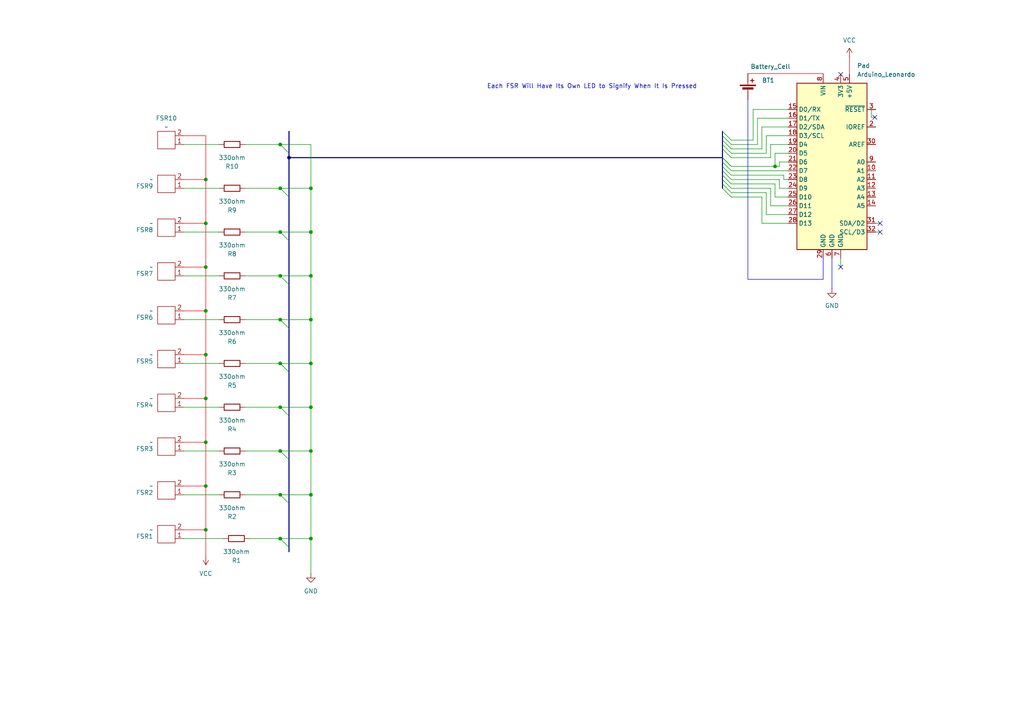
<source format=kicad_sch>
(kicad_sch (version 20250114) (generator "eeschema") (generator_version "9.0")
  (paper "A4")
  (lib_symbols
    (symbol "Device:Battery_Cell" (pin_numbers (hide yes)) (pin_names (offset 0) (hide yes))
      (property "Reference" "BT" (at 2.54 2.54 0))
      (property "Value" "Battery_Cell" (at 2.54 0 0))
      (symbol "Battery_Cell_0_1"
        (rectangle (start -2.286 1.778) (end 2.286 1.524) (fill (type outline)))
        (rectangle (start -1.524 1.016) (end 1.524 0.508) (fill (type outline)))
        (polyline (pts (xy 0 1.778) (xy 0 2.54)))
        (polyline (pts (xy 0 0.762) (xy 0 0)))
        (polyline (pts (xy 0.762 3.048) (xy 1.778 3.048)) (stroke (width 0.254)))
        (polyline (pts (xy 1.27 3.556) (xy 1.27 2.54)) (stroke (width 0.254)))
      )
      (symbol "Battery_Cell_1_1"
        (pin passive line (at 0 5.08 270) (length 2.54) (name "+") (number "1"))
        (pin passive line (at 0 -2.54 90) (length 2.54) (name "-") (number "2"))
      )
    )
    (symbol "GunProject_lib:FSR"
      (property "Reference" "FSR" (at 2.54 2.54 0))
      (symbol "FSR_0_1"
        (rectangle (start 0 5.08) (end 5.08 0))
      )
      (symbol "FSR_1_1"
        (pin output line (at 1.27 7.62 270) (length 2.54) (name "") (number "2"))
        (pin input line (at 3.81 7.62 270) (length 2.54) (name "") (number "1"))
      )
    )
    (symbol "MCU_Module:Arduino_Leonardo"
      (property "Reference" "A" (at -10.16 23.495 0))
      (property "Value" "Arduino_Leonardo" (at 5.08 -26.67 0))
      (symbol "Arduino_Leonardo_0_1"
        (rectangle (start -10.16 22.86) (end 10.16 -25.4) (stroke (width 0.254)) (fill (type background)))
      )
      (symbol "Arduino_Leonardo_1_1"
        (pin bidirectional line (at -12.7 15.24 0) (length 2.54) (name "D0/RX") (number "15"))
        (pin bidirectional line (at -12.7 12.7 0) (length 2.54) (name "D1/TX") (number "16"))
        (pin bidirectional line (at -12.7 10.16 0) (length 2.54) (name "D2/SDA") (number "17"))
        (pin bidirectional line (at -12.7 7.62 0) (length 2.54) (name "D3/SCL") (number "18"))
        (pin bidirectional line (at -12.7 5.08 0) (length 2.54) (name "D4") (number "19"))
        (pin bidirectional line (at -12.7 2.54 0) (length 2.54) (name "D5") (number "20"))
        (pin bidirectional line (at -12.7 0 0) (length 2.54) (name "D6") (number "21"))
        (pin bidirectional line (at -12.7 -2.54 0) (length 2.54) (name "D7") (number "22"))
        (pin bidirectional line (at -12.7 -5.08 0) (length 2.54) (name "D8") (number "23"))
        (pin bidirectional line (at -12.7 -7.62 0) (length 2.54) (name "D9") (number "24"))
        (pin bidirectional line (at -12.7 -10.16 0) (length 2.54) (name "D10") (number "25"))
        (pin bidirectional line (at -12.7 -12.7 0) (length 2.54) (name "D11") (number "26"))
        (pin bidirectional line (at -12.7 -15.24 0) (length 2.54) (name "D12") (number "27"))
        (pin bidirectional line (at -12.7 -17.78 0) (length 2.54) (name "D13") (number "28"))
        (pin no_connect line (at -10.16 -20.32 0) (length 2.54) (hide yes) (name "NC") (number "1"))
        (pin power_in line (at -2.54 25.4 270) (length 2.54) (name "VIN") (number "8"))
        (pin power_in line (at -2.54 -27.94 90) (length 2.54) (name "GND") (number "29"))
        (pin power_in line (at 0 -27.94 90) (length 2.54) (name "GND") (number "6"))
        (pin power_out line (at 2.54 25.4 270) (length 2.54) (name "3V3") (number "4"))
        (pin power_in line (at 2.54 -27.94 90) (length 2.54) (name "GND") (number "7"))
        (pin power_out line (at 5.08 25.4 270) (length 2.54) (name "+5V") (number "5"))
        (pin input line (at 12.7 15.24 180) (length 2.54) (name "~{RESET}") (number "3"))
        (pin output line (at 12.7 10.16 180) (length 2.54) (name "IOREF") (number "2"))
        (pin input line (at 12.7 5.08 180) (length 2.54) (name "AREF") (number "30"))
        (pin bidirectional line (at 12.7 0 180) (length 2.54) (name "A0") (number "9"))
        (pin bidirectional line (at 12.7 -2.54 180) (length 2.54) (name "A1") (number "10"))
        (pin bidirectional line (at 12.7 -5.08 180) (length 2.54) (name "A2") (number "11"))
        (pin bidirectional line (at 12.7 -7.62 180) (length 2.54) (name "A3") (number "12"))
        (pin bidirectional line (at 12.7 -10.16 180) (length 2.54) (name "A4") (number "13"))
        (pin bidirectional line (at 12.7 -12.7 180) (length 2.54) (name "A5") (number "14"))
        (pin bidirectional line (at 12.7 -17.78 180) (length 2.54) (name "SDA/D2") (number "31"))
        (pin bidirectional line (at 12.7 -20.32 180) (length 2.54) (name "SCL/D3") (number "32"))
      )
    )
    (symbol "PCM_SL_Resistors:330ohm"
      (property "Reference" "R" (at 0 5.08 0))
      (property "Value" "330ohm" (at 0 2.54 0))
      (symbol "330ohm_0_1"
        (rectangle (start -2.286 0.889) (end 2.286 -0.889) (stroke (width 0.24)))
      )
      (symbol "330ohm_1_1"
        (pin passive line (at -3.81 0 0) (length 1.5) (name "") (number "1"))
        (pin passive line (at 3.81 0 180) (length 1.5) (name "~") (number "2"))
      )
    )
    (symbol "power:GND" (power) (pin_numbers (hide yes)) (pin_names (offset 0) (hide yes))
      (property "Value" "GND" (at 0 -3.81 0))
      (symbol "GND_0_1"
        (polyline (pts (xy 0 0) (xy 0 -1.27) (xy 1.27 -1.27) (xy 0 -2.54) (xy -1.27 -1.27) (xy 0 -1.27)))
      )
      (symbol "GND_1_1"
        (pin power_in line (at 0 0 270) (length 0) (name "~") (number "1"))
      )
    )
    (symbol "power:VCC" (power) (pin_numbers (hide yes)) (pin_names (offset 0) (hide yes))
      (property "Value" "VCC" (at 0 3.556 0))
      (symbol "VCC_0_1"
        (polyline (pts (xy -0.762 1.27) (xy 0 2.54)))
        (polyline (pts (xy 0 2.54) (xy 0.762 1.27)))
        (polyline (pts (xy 0 0) (xy 0 2.54)))
      )
      (symbol "VCC_1_1"
        (pin power_in line (at 0 0 90) (length 0) (name "~") (number "1"))
      )
    )
  )
  (text "Each FSR Will Have Its Own LED to Signify When It Is Pressed" (at 171.704 25.146 0) (effects (font (size 1.27 1.27))))
  (junction (at 90.17 143.51))
  (junction (at 81.28 143.51))
  (junction (at 59.69 128.27))
  (junction (at 81.28 118.11))
  (junction (at 81.28 105.41))
  (junction (at 90.17 118.11))
  (junction (at 59.69 140.97))
  (junction (at 90.17 80.01))
  (junction (at 90.17 105.41))
  (junction (at 81.28 130.81))
  (junction (at 90.17 130.81))
  (junction (at 81.28 54.61))
  (junction (at 90.17 67.31))
  (junction (at 81.28 92.71))
  (junction (at 59.69 52.07))
  (junction (at 90.17 92.71))
  (junction (at 59.69 153.67))
  (junction (at 81.28 80.01))
  (junction (at 81.28 156.21))
  (junction (at 81.28 67.31))
  (junction (at 90.17 54.61))
  (junction (at 59.69 77.47))
  (junction (at 59.69 115.57))
  (junction (at 59.69 102.87))
  (junction (at 59.69 90.17))
  (junction (at 90.17 156.21))
  (junction (at 81.28 41.91))
  (junction (at 59.69 64.77))
  (junction (at 224.79 48.26))
  (junction (at 83.82 45.72))
  (no_connect (at 253.746 34.036))
  (no_connect (at 243.84 21.59))
  (no_connect (at 243.84 77.47))
  (no_connect (at 255.27 67.31))
  (no_connect (at 255.27 64.77))
  (bus_entry (at 81.28 118.11) (size 2.54 2.54))
  (bus_entry (at 209.55 54.61) (size 2.54 2.54))
  (bus_entry (at 209.55 50.8) (size 2.54 2.54))
  (bus_entry (at 209.55 45.72) (size 2.54 2.54))
  (bus_entry (at 209.55 46.99) (size 2.54 2.54))
  (bus_entry (at 81.28 41.91) (size 2.54 2.54))
  (bus_entry (at 209.55 45.72) (size 2.54 2.54))
  (bus_entry (at 81.28 80.01) (size 2.54 2.54))
  (bus_entry (at 81.28 67.31) (size 2.54 2.54))
  (bus_entry (at 209.55 40.64) (size 2.54 2.54))
  (bus_entry (at 209.55 38.1) (size 2.54 2.54))
  (bus_entry (at 209.55 53.34) (size 2.54 2.54))
  (bus_entry (at 81.28 143.51) (size 2.54 2.54))
  (bus_entry (at 209.55 39.37) (size 2.54 2.54))
  (bus_entry (at 81.28 130.81) (size 2.54 2.54))
  (bus_entry (at 209.55 41.91) (size 2.54 2.54))
  (bus_entry (at 81.28 156.21) (size 2.54 2.54))
  (bus_entry (at 209.55 43.18) (size 2.54 2.54))
  (bus_entry (at 209.55 49.53) (size 2.54 2.54))
  (bus_entry (at 81.28 92.71) (size 2.54 2.54))
  (bus_entry (at 209.55 52.07) (size 2.54 2.54))
  (bus_entry (at 209.55 48.26) (size 2.54 2.54))
  (bus_entry (at 81.28 54.61) (size 2.54 2.54))
  (bus_entry (at 81.28 105.41) (size 2.54 2.54))
  (wire (pts (xy 53.34 67.31) (xy 63.5 67.31)))
  (wire (pts (xy 226.06 52.07) (xy 226.06 54.61)))
  (wire (pts (xy 53.34 92.71) (xy 63.5 92.71)))
  (wire (pts (xy 53.34 115.57) (xy 59.69 115.57)) (stroke (width 0) (color 255 0 0 1)))
  (wire (pts (xy 53.34 156.21) (xy 64.77 156.21)))
  (bus (pts (xy 83.82 133.35) (xy 83.82 146.05)))
  (bus (pts (xy 209.55 48.26) (xy 209.55 49.53)))
  (bus (pts (xy 209.55 43.18) (xy 209.55 45.72)))
  (wire (pts (xy 223.52 54.61) (xy 223.52 59.69)))
  (wire (pts (xy 238.76 74.93) (xy 238.76 81.026)) (stroke (width 0) (color 14 2 255 1)))
  (wire (pts (xy 81.28 143.51) (xy 90.17 143.51)))
  (wire (pts (xy 90.17 67.31) (xy 90.17 80.01)))
  (wire (pts (xy 222.25 55.88) (xy 212.09 55.88)))
  (wire (pts (xy 53.34 102.87) (xy 59.69 102.87)) (stroke (width 0) (color 255 0 0 1)))
  (bus (pts (xy 209.55 53.34) (xy 209.55 54.61)))
  (wire (pts (xy 90.17 41.91) (xy 90.17 54.61)))
  (bus (pts (xy 83.82 69.85) (xy 83.82 82.55)))
  (wire (pts (xy 81.28 156.21) (xy 90.17 156.21)))
  (wire (pts (xy 71.12 130.81) (xy 81.28 130.81)))
  (bus (pts (xy 83.82 82.55) (xy 83.82 95.25)))
  (wire (pts (xy 223.52 45.72) (xy 223.52 41.91)))
  (bus (pts (xy 209.55 52.07) (xy 209.55 53.34)))
  (wire (pts (xy 90.17 92.71) (xy 90.17 105.41)))
  (wire (pts (xy 220.98 36.83) (xy 228.6 36.83)))
  (bus (pts (xy 209.55 39.37) (xy 209.55 40.64)))
  (wire (pts (xy 71.12 92.71) (xy 81.28 92.71)))
  (wire (pts (xy 212.09 54.61) (xy 223.52 54.61)))
  (wire (pts (xy 53.34 41.91) (xy 63.5 41.91)))
  (wire (pts (xy 53.34 77.47) (xy 59.69 77.47)) (stroke (width 0) (color 255 0 0 1)))
  (wire (pts (xy 59.69 102.87) (xy 59.69 115.57)) (stroke (width 0) (color 255 0 0 1)))
  (wire (pts (xy 241.3 74.93) (xy 241.3 83.82)) (stroke (width 0) (color 0 0 255 1)))
  (wire (pts (xy 224.79 57.15) (xy 228.6 57.15)))
  (bus (pts (xy 209.55 45.72) (xy 209.55 46.99)))
  (wire (pts (xy 59.69 64.77) (xy 59.69 77.47)) (stroke (width 0) (color 255 0 0 1)))
  (wire (pts (xy 219.71 41.91) (xy 219.71 34.29)))
  (wire (pts (xy 53.34 130.81) (xy 63.5 130.81)))
  (bus (pts (xy 83.82 45.72) (xy 83.82 44.45)))
  (wire (pts (xy 59.69 39.37) (xy 59.69 52.07)) (stroke (width 0) (color 255 0 0 1)))
  (wire (pts (xy 59.69 90.17) (xy 59.69 102.87)) (stroke (width 0) (color 255 0 0 1)))
  (wire (pts (xy 219.71 34.29) (xy 228.6 34.29)))
  (bus (pts (xy 83.82 158.75) (xy 83.82 160.02)))
  (wire (pts (xy 81.28 118.11) (xy 90.17 118.11)))
  (wire (pts (xy 90.17 156.21) (xy 90.17 166.37)))
  (bus (pts (xy 209.55 46.99) (xy 209.55 48.26)))
  (wire (pts (xy 90.17 143.51) (xy 90.17 156.21)))
  (wire (pts (xy 254 31.75) (xy 252.73 31.75)))
  (wire (pts (xy 53.34 118.11) (xy 63.5 118.11)))
  (wire (pts (xy 53.34 54.61) (xy 63.5 54.61)))
  (wire (pts (xy 53.34 153.67) (xy 59.69 153.67)) (stroke (width 0) (color 255 0 0 1)))
  (wire (pts (xy 90.17 118.11) (xy 90.17 130.81)))
  (wire (pts (xy 223.52 59.69) (xy 228.6 59.69)))
  (wire (pts (xy 212.09 53.34) (xy 224.79 53.34)))
  (wire (pts (xy 59.69 115.57) (xy 59.69 128.27)) (stroke (width 0) (color 255 0 0 1)))
  (wire (pts (xy 224.79 48.26) (xy 224.79 44.45)))
  (wire (pts (xy 212.09 45.72) (xy 223.52 45.72)))
  (wire (pts (xy 220.98 43.18) (xy 220.98 36.83)))
  (wire (pts (xy 254 64.77) (xy 255.27 64.77)))
  (wire (pts (xy 243.84 74.93) (xy 243.84 77.47)))
  (wire (pts (xy 53.34 143.51) (xy 63.5 143.51)))
  (bus (pts (xy 83.82 107.95) (xy 83.82 120.65)))
  (wire (pts (xy 212.09 41.91) (xy 219.71 41.91)))
  (wire (pts (xy 53.34 140.97) (xy 59.69 140.97)) (stroke (width 0) (color 255 0 0 1)))
  (bus (pts (xy 83.82 120.65) (xy 83.82 133.35)))
  (wire (pts (xy 227.33 50.8) (xy 227.33 52.07)))
  (wire (pts (xy 212.09 48.26) (xy 224.79 48.26)))
  (wire (pts (xy 222.25 44.45) (xy 222.25 39.37)))
  (wire (pts (xy 71.12 143.51) (xy 81.28 143.51)))
  (wire (pts (xy 226.06 54.61) (xy 228.6 54.61)))
  (wire (pts (xy 212.09 50.8) (xy 227.33 50.8)))
  (bus (pts (xy 83.82 146.05) (xy 83.82 158.75)))
  (wire (pts (xy 59.69 128.27) (xy 59.69 140.97)) (stroke (width 0) (color 255 0 0 1)))
  (wire (pts (xy 53.34 80.01) (xy 63.5 80.01)))
  (wire (pts (xy 246.38 16.51) (xy 246.38 21.59)) (stroke (width 0) (color 194 0 0 1)))
  (wire (pts (xy 252.73 31.75) (xy 252.73 34.036)))
  (bus (pts (xy 209.55 50.8) (xy 209.55 52.07)))
  (bus (pts (xy 83.82 38.1) (xy 83.82 44.45)))
  (wire (pts (xy 71.12 54.61) (xy 81.28 54.61)))
  (wire (pts (xy 212.09 40.64) (xy 218.44 40.64)))
  (wire (pts (xy 71.12 67.31) (xy 81.28 67.31)))
  (wire (pts (xy 81.28 92.71) (xy 90.17 92.71)))
  (wire (pts (xy 71.12 105.41) (xy 81.28 105.41)))
  (wire (pts (xy 81.28 54.61) (xy 90.17 54.61)))
  (wire (pts (xy 53.34 64.77) (xy 59.69 64.77)) (stroke (width 0) (color 255 0 0 1)))
  (wire (pts (xy 81.28 80.01) (xy 90.17 80.01)))
  (wire (pts (xy 226.06 46.99) (xy 226.06 48.26)))
  (wire (pts (xy 220.98 57.15) (xy 212.09 57.15)))
  (wire (pts (xy 228.6 46.99) (xy 226.06 46.99)))
  (wire (pts (xy 59.69 140.97) (xy 59.69 153.67)) (stroke (width 0) (color 255 0 0 1)))
  (wire (pts (xy 53.34 128.27) (xy 59.69 128.27)) (stroke (width 0) (color 255 0 0 1)))
  (wire (pts (xy 254 67.31) (xy 255.27 67.31)))
  (wire (pts (xy 90.17 54.61) (xy 90.17 67.31)))
  (bus (pts (xy 209.55 41.91) (xy 209.55 43.18)))
  (wire (pts (xy 71.12 118.11) (xy 81.28 118.11)))
  (wire (pts (xy 53.34 105.41) (xy 63.5 105.41)))
  (wire (pts (xy 71.12 41.91) (xy 81.28 41.91)))
  (wire (pts (xy 238.76 21.59) (xy 238.76 21.336)) (stroke (width 0) (color 255 0 0 1)))
  (wire (pts (xy 224.79 48.26) (xy 226.06 48.26)))
  (wire (pts (xy 216.916 81.026) (xy 238.76 81.026)) (stroke (width 0) (color 0 0 255 1)))
  (wire (pts (xy 222.25 62.23) (xy 228.6 62.23)))
  (wire (pts (xy 228.6 64.77) (xy 220.98 64.77)))
  (wire (pts (xy 227.33 52.07) (xy 228.6 52.07)))
  (wire (pts (xy 53.34 52.07) (xy 59.69 52.07)) (stroke (width 0) (color 255 0 0 1)))
  (wire (pts (xy 222.25 39.37) (xy 228.6 39.37)))
  (wire (pts (xy 53.34 90.17) (xy 59.69 90.17)) (stroke (width 0) (color 255 0 0 1)))
  (wire (pts (xy 81.28 67.31) (xy 90.17 67.31)))
  (wire (pts (xy 59.69 77.47) (xy 59.69 90.17)) (stroke (width 0) (color 255 0 0 1)))
  (wire (pts (xy 53.34 39.37) (xy 59.69 39.37)) (stroke (width 0) (color 255 0 0 1)))
  (wire (pts (xy 212.09 44.45) (xy 222.25 44.45)))
  (wire (pts (xy 72.39 156.21) (xy 81.28 156.21)))
  (wire (pts (xy 90.17 105.41) (xy 90.17 118.11)))
  (bus (pts (xy 83.82 57.15) (xy 83.82 45.72)))
  (bus (pts (xy 209.55 40.64) (xy 209.55 41.91)))
  (wire (pts (xy 224.79 44.45) (xy 228.6 44.45)))
  (bus (pts (xy 83.82 95.25) (xy 83.82 107.95)))
  (wire (pts (xy 81.28 41.91) (xy 90.17 41.91)))
  (wire (pts (xy 222.25 55.88) (xy 222.25 62.23)))
  (wire (pts (xy 71.12 80.01) (xy 81.28 80.01)))
  (wire (pts (xy 59.69 153.67) (xy 59.69 161.29)) (stroke (width 0) (color 255 0 0 1)))
  (wire (pts (xy 212.09 52.07) (xy 226.06 52.07)))
  (wire (pts (xy 238.76 21.336) (xy 216.916 21.336)) (stroke (width 0) (color 255 0 0 1)))
  (wire (pts (xy 90.17 130.81) (xy 90.17 143.51)))
  (wire (pts (xy 81.28 105.41) (xy 90.17 105.41)))
  (wire (pts (xy 216.916 28.956) (xy 216.916 81.026)) (stroke (width 0) (color 0 0 255 1)))
  (wire (pts (xy 81.28 130.81) (xy 90.17 130.81)))
  (bus (pts (xy 209.55 49.53) (xy 209.55 50.8)))
  (wire (pts (xy 252.73 34.036) (xy 253.746 34.036)))
  (wire (pts (xy 212.09 49.53) (xy 228.6 49.53)))
  (wire (pts (xy 220.98 64.77) (xy 220.98 57.15)))
  (wire (pts (xy 224.79 53.34) (xy 224.79 57.15)))
  (bus (pts (xy 83.82 45.72) (xy 209.55 45.72)))
  (bus (pts (xy 83.82 69.85) (xy 83.82 57.15)))
  (wire (pts (xy 218.44 40.64) (xy 218.44 31.75)))
  (wire (pts (xy 218.44 31.75) (xy 228.6 31.75)))
  (bus (pts (xy 209.55 38.1) (xy 209.55 39.37)))
  (wire (pts (xy 212.09 43.18) (xy 220.98 43.18)))
  (wire (pts (xy 90.17 80.01) (xy 90.17 92.71)))
  (wire (pts (xy 223.52 41.91) (xy 228.6 41.91)))
  (wire (pts (xy 59.69 52.07) (xy 59.69 64.77)) (stroke (width 0) (color 255 0 0 1)))
  (symbol (lib_id "PCM_SL_Resistors:330ohm") (at 67.31 41.91 0) (mirror x) (unit 1)
    (property "Reference" "R10" (at 67.31 48.26 0))
    (property "Value" "330ohm" (at 67.31 45.72 0))
    (property "Footprint" "Resistor_THT:R_Axial_DIN0207_L6.3mm_D2.5mm_P10.16mm_Horizontal" (effects (hide yes)))
    (property "Description" "330Ω, 1/4W Resistor" (effects (hide yes)))
  )
  (symbol (lib_id "PCM_SL_Resistors:330ohm") (at 67.31 143.51 0) (mirror x) (unit 1)
    (property "Reference" "R2" (at 67.31 149.86 0))
    (property "Value" "330ohm" (at 67.31 147.32 0))
    (property "Footprint" "Resistor_THT:R_Axial_DIN0207_L6.3mm_D2.5mm_P10.16mm_Horizontal" (effects (hide yes)))
    (property "Description" "330Ω, 1/4W Resistor" (effects (hide yes)))
  )
  (symbol (lib_id "PCM_SL_Resistors:330ohm") (at 67.31 118.11 0) (mirror x) (unit 1)
    (property "Reference" "R4" (at 67.31 124.46 0))
    (property "Value" "330ohm" (at 67.31 121.92 0))
    (property "Footprint" "Resistor_THT:R_Axial_DIN0207_L6.3mm_D2.5mm_P10.16mm_Horizontal" (effects (hide yes)))
    (property "Description" "330Ω, 1/4W Resistor" (effects (hide yes)))
  )
  (symbol (lib_id "GunProject_lib:FSR") (at 45.72 127 270) (unit 1)
    (property "Reference" "FSR3" (at 44.45 130.1751 90) (effects (justify right)))
    (property "Value" "~" (at 44.45 128.27 90) (effects (justify right)))
  )
  (symbol (lib_id "Device:Battery_Cell") (at 216.916 26.416 0) (unit 1)
    (property "Reference" "BT1" (at 220.98 23.3044 0) (effects (justify left)))
    (property "Value" "Battery_Cell" (at 217.678 19.304 0) (effects (justify left)))
    (property "Description" "Single-cell battery" (effects (hide yes)))
  )
  (symbol (lib_id "GunProject_lib:FSR") (at 45.72 114.3 270) (unit 1)
    (property "Reference" "FSR4" (at 44.45 117.4751 90) (effects (justify right)))
    (property "Value" "~" (at 44.45 115.57 90) (effects (justify right)))
  )
  (symbol (lib_id "power:VCC") (at 246.38 16.51 0) (unit 1)
    (property "Reference" "#PWR01" (effects (hide yes)))
    (property "Value" "VCC" (at 246.38 11.684 0))
    (property "Description" "Power symbol creates a global label with name \"VCC\"" (effects (hide yes)))
  )
  (symbol (lib_id "GunProject_lib:FSR") (at 45.72 101.6 270) (unit 1)
    (property "Reference" "FSR5" (at 44.45 104.7751 90) (effects (justify right)))
    (property "Value" "~" (at 44.45 102.87 90) (effects (justify right)))
  )
  (symbol (lib_id "GunProject_lib:FSR") (at 45.72 38.1 270) (unit 1)
    (property "Reference" "FSR10" (at 48.26 34.29 90))
    (property "Value" "~" (at 48.26 36.83 90))
  )
  (symbol (lib_id "GunProject_lib:FSR") (at 45.72 152.4 270) (unit 1)
    (property "Reference" "FSR1" (at 44.45 155.5751 90) (effects (justify right)))
    (property "Value" "~" (at 44.45 153.67 90) (effects (justify right)))
  )
  (symbol (lib_id "PCM_SL_Resistors:330ohm") (at 67.31 54.61 0) (mirror x) (unit 1)
    (property "Reference" "R9" (at 67.31 60.96 0))
    (property "Value" "330ohm" (at 67.31 58.42 0))
    (property "Footprint" "Resistor_THT:R_Axial_DIN0207_L6.3mm_D2.5mm_P10.16mm_Horizontal" (effects (hide yes)))
    (property "Description" "330Ω, 1/4W Resistor" (effects (hide yes)))
  )
  (symbol (lib_id "power:VCC") (at 59.69 161.29 180) (unit 1)
    (property "Reference" "#PWR03" (effects (hide yes)))
    (property "Value" "VCC" (at 59.69 166.37 0))
    (property "Description" "Power symbol creates a global label with name \"VCC\"" (effects (hide yes)))
  )
  (symbol (lib_id "power:GND") (at 90.17 166.37 0) (unit 1)
    (property "Reference" "#PWR04" (effects (hide yes)))
    (property "Value" "GND" (at 90.17 171.45 0))
    (property "Description" "Power symbol creates a global label with name \"GND\" , ground" (effects (hide yes)))
  )
  (symbol (lib_id "GunProject_lib:FSR") (at 45.72 139.7 270) (unit 1)
    (property "Reference" "FSR2" (at 44.45 142.8751 90) (effects (justify right)))
    (property "Value" "~" (at 44.45 140.97 90) (effects (justify right)))
  )
  (symbol (lib_id "PCM_SL_Resistors:330ohm") (at 67.31 92.71 0) (mirror x) (unit 1)
    (property "Reference" "R6" (at 67.31 99.06 0))
    (property "Value" "330ohm" (at 67.31 96.52 0))
    (property "Footprint" "Resistor_THT:R_Axial_DIN0207_L6.3mm_D2.5mm_P10.16mm_Horizontal" (effects (hide yes)))
    (property "Description" "330Ω, 1/4W Resistor" (effects (hide yes)))
  )
  (symbol (lib_id "GunProject_lib:FSR") (at 45.72 76.2 270) (unit 1)
    (property "Reference" "FSR7" (at 44.45 79.3751 90) (effects (justify right)))
    (property "Value" "~" (at 44.45 77.47 90) (effects (justify right)))
  )
  (symbol (lib_id "MCU_Module:Arduino_Leonardo") (at 241.3 46.99 0) (unit 1)
    (property "Reference" "Pad" (at 248.5741 19.05 0) (effects (justify left)))
    (property "Value" "Arduino_Leonardo" (at 248.5741 21.59 0) (effects (justify left)))
    (property "Footprint" "Module:Arduino_UNO_R3" (effects (hide yes)))
    (property "Datasheet" "https://www.arduino.cc/en/Main/ArduinoBoardLeonardo" (effects (hide yes)))
    (property "Description" "Arduino LEONARDO Microcontroller Module" (effects (hide yes)))
  )
  (symbol (lib_id "PCM_SL_Resistors:330ohm") (at 68.58 156.21 0) (mirror x) (unit 1)
    (property "Reference" "R1" (at 68.58 162.56 0))
    (property "Value" "330ohm" (at 68.58 160.02 0))
    (property "Footprint" "Resistor_THT:R_Axial_DIN0207_L6.3mm_D2.5mm_P10.16mm_Horizontal" (effects (hide yes)))
    (property "Description" "330Ω, 1/4W Resistor" (effects (hide yes)))
  )
  (symbol (lib_id "power:GND") (at 241.3 83.82 0) (unit 1)
    (property "Reference" "#PWR02" (effects (hide yes)))
    (property "Value" "GND" (at 241.3 88.646 0))
    (property "Description" "Power symbol creates a global label with name \"GND\" , ground" (effects (hide yes)))
  )
  (symbol (lib_id "PCM_SL_Resistors:330ohm") (at 67.31 130.81 0) (mirror x) (unit 1)
    (property "Reference" "R3" (at 67.31 137.16 0))
    (property "Value" "330ohm" (at 67.31 134.62 0))
    (property "Footprint" "Resistor_THT:R_Axial_DIN0207_L6.3mm_D2.5mm_P10.16mm_Horizontal" (effects (hide yes)))
    (property "Description" "330Ω, 1/4W Resistor" (effects (hide yes)))
  )
  (symbol (lib_id "GunProject_lib:FSR") (at 45.72 88.9 270) (unit 1)
    (property "Reference" "FSR6" (at 44.45 92.0751 90) (effects (justify right)))
    (property "Value" "~" (at 44.45 90.17 90) (effects (justify right)))
  )
  (symbol (lib_id "PCM_SL_Resistors:330ohm") (at 67.31 67.31 0) (mirror x) (unit 1)
    (property "Reference" "R8" (at 67.31 73.66 0))
    (property "Value" "330ohm" (at 67.31 71.12 0))
    (property "Footprint" "Resistor_THT:R_Axial_DIN0207_L6.3mm_D2.5mm_P10.16mm_Horizontal" (effects (hide yes)))
    (property "Description" "330Ω, 1/4W Resistor" (effects (hide yes)))
  )
  (symbol (lib_id "GunProject_lib:FSR") (at 45.72 63.5 270) (unit 1)
    (property "Reference" "FSR8" (at 44.45 66.6751 90) (effects (justify right)))
    (property "Value" "~" (at 44.45 64.77 90) (effects (justify right)))
  )
  (symbol (lib_id "PCM_SL_Resistors:330ohm") (at 67.31 80.01 0) (mirror x) (unit 1)
    (property "Reference" "R7" (at 67.31 86.36 0))
    (property "Value" "330ohm" (at 67.31 83.82 0))
    (property "Footprint" "Resistor_THT:R_Axial_DIN0207_L6.3mm_D2.5mm_P10.16mm_Horizontal" (effects (hide yes)))
    (property "Description" "330Ω, 1/4W Resistor" (effects (hide yes)))
  )
  (symbol (lib_id "GunProject_lib:FSR") (at 45.72 50.8 270) (unit 1)
    (property "Reference" "FSR9" (at 44.45 53.9751 90) (effects (justify right)))
    (property "Value" "~" (at 44.45 52.07 90) (effects (justify right)))
  )
  (symbol (lib_id "PCM_SL_Resistors:330ohm") (at 67.31 105.41 0) (mirror x) (unit 1)
    (property "Reference" "R5" (at 67.31 111.76 0))
    (property "Value" "330ohm" (at 67.31 109.22 0))
    (property "Footprint" "Resistor_THT:R_Axial_DIN0207_L6.3mm_D2.5mm_P10.16mm_Horizontal" (effects (hide yes)))
    (property "Description" "330Ω, 1/4W Resistor" (effects (hide yes)))
  )
)
</source>
